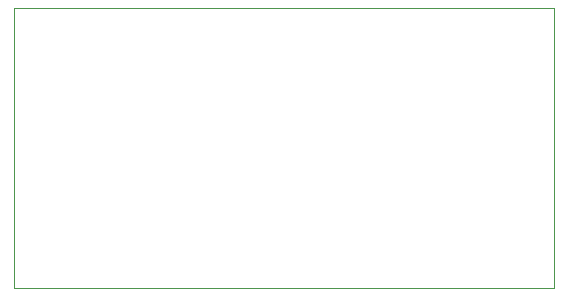
<source format=gbr>
G04 #@! TF.FileFunction,Profile,NP*
%FSLAX46Y46*%
G04 Gerber Fmt 4.6, Leading zero omitted, Abs format (unit mm)*
G04 Created by KiCad (PCBNEW 4.0.6) date Mon Mar 20 23:38:24 2017*
%MOMM*%
%LPD*%
G01*
G04 APERTURE LIST*
%ADD10C,0.100000*%
G04 APERTURE END LIST*
D10*
X-33528000Y-14732000D02*
X-33528000Y4191000D01*
X12192000Y-14732000D02*
X-33528000Y-14732000D01*
X12192000Y9017000D02*
X12192000Y-14732000D01*
X-33528000Y9017000D02*
X12192000Y9017000D01*
X-33528000Y4191000D02*
X-33528000Y9017000D01*
M02*

</source>
